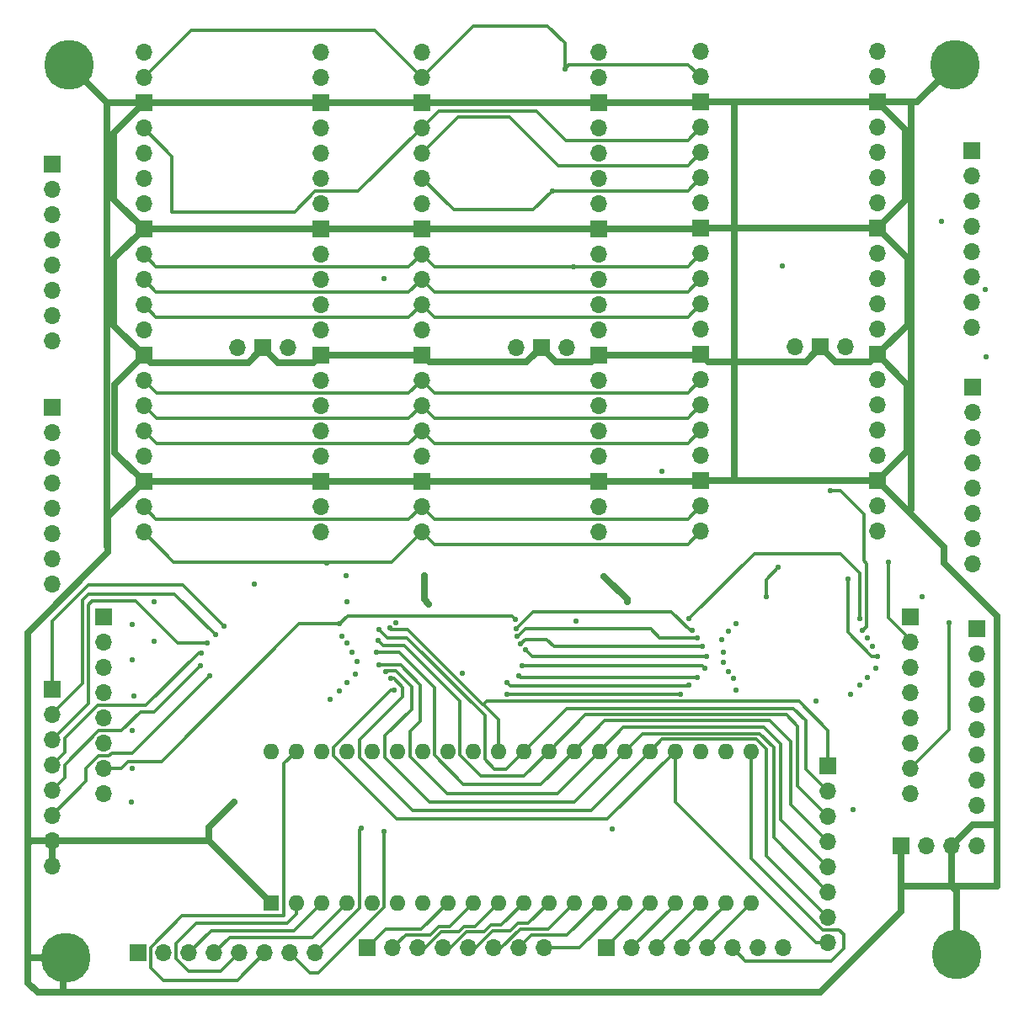
<source format=gbl>
G04 #@! TF.GenerationSoftware,KiCad,Pcbnew,7.0.11-7.0.11~ubuntu22.04.1*
G04 #@! TF.CreationDate,2024-09-18T23:24:04-04:00*
G04 #@! TF.ProjectId,tfr903d,74667239-3033-4642-9e6b-696361645f70,2024-09-18*
G04 #@! TF.SameCoordinates,Original*
G04 #@! TF.FileFunction,Copper,L4,Bot*
G04 #@! TF.FilePolarity,Positive*
%FSLAX46Y46*%
G04 Gerber Fmt 4.6, Leading zero omitted, Abs format (unit mm)*
G04 Created by KiCad (PCBNEW 7.0.11-7.0.11~ubuntu22.04.1) date 2024-09-18 23:24:04*
%MOMM*%
%LPD*%
G01*
G04 APERTURE LIST*
G04 #@! TA.AperFunction,ComponentPad*
%ADD10O,1.700000X1.700000*%
G04 #@! TD*
G04 #@! TA.AperFunction,ComponentPad*
%ADD11R,1.700000X1.700000*%
G04 #@! TD*
G04 #@! TA.AperFunction,ComponentPad*
%ADD12C,5.000000*%
G04 #@! TD*
G04 #@! TA.AperFunction,ComponentPad*
%ADD13R,1.600000X1.600000*%
G04 #@! TD*
G04 #@! TA.AperFunction,ComponentPad*
%ADD14O,1.600000X1.600000*%
G04 #@! TD*
G04 #@! TA.AperFunction,ViaPad*
%ADD15C,0.558800*%
G04 #@! TD*
G04 #@! TA.AperFunction,Conductor*
%ADD16C,0.635000*%
G04 #@! TD*
G04 #@! TA.AperFunction,Conductor*
%ADD17C,0.317600*%
G04 #@! TD*
G04 APERTURE END LIST*
D10*
X90995000Y-53960000D03*
X90995000Y-56500000D03*
D11*
X90995000Y-59040000D03*
D10*
X90995000Y-61580000D03*
X90995000Y-64120000D03*
X90995000Y-66660000D03*
X90995000Y-69200000D03*
D11*
X90995000Y-71740000D03*
D10*
X90995000Y-74280000D03*
X90995000Y-76820000D03*
X90995000Y-79360000D03*
X90995000Y-81900000D03*
D11*
X90995000Y-84440000D03*
D10*
X90995000Y-86980000D03*
X90995000Y-89520000D03*
X90995000Y-92060000D03*
X90995000Y-94600000D03*
D11*
X90995000Y-97140000D03*
D10*
X90995000Y-99680000D03*
X90995000Y-102220000D03*
X108775000Y-102220000D03*
X108775000Y-99680000D03*
D11*
X108775000Y-97140000D03*
D10*
X108775000Y-94600000D03*
X108775000Y-92060000D03*
X108775000Y-89520000D03*
X108775000Y-86980000D03*
D11*
X108775000Y-84440000D03*
D10*
X108775000Y-81900000D03*
X108775000Y-79360000D03*
X108775000Y-76820000D03*
X108775000Y-74280000D03*
D11*
X108775000Y-71740000D03*
D10*
X108775000Y-69200000D03*
X108775000Y-66660000D03*
X108775000Y-64120000D03*
X108775000Y-61580000D03*
D11*
X108775000Y-59040000D03*
D10*
X108775000Y-56500000D03*
X108775000Y-53960000D03*
X100469100Y-83690000D03*
D11*
X103009100Y-83690000D03*
D10*
X105549100Y-83690000D03*
D11*
X53800000Y-118080000D03*
D10*
X53800000Y-120620000D03*
X53800000Y-123160000D03*
X53800000Y-125700000D03*
X53800000Y-128240000D03*
X53800000Y-130780000D03*
X53800000Y-133320000D03*
X53800000Y-135860000D03*
D11*
X140100000Y-110800000D03*
D10*
X140100000Y-113340000D03*
X140100000Y-115880000D03*
X140100000Y-118420000D03*
X140100000Y-120960000D03*
X140100000Y-123500000D03*
X140100000Y-126040000D03*
X140100000Y-128580000D03*
D11*
X62485000Y-144600000D03*
D10*
X65025000Y-144600000D03*
X67565000Y-144600000D03*
X70105000Y-144600000D03*
X72645000Y-144600000D03*
X75185000Y-144600000D03*
X77725000Y-144600000D03*
X80265000Y-144600000D03*
D12*
X55195900Y-145095900D03*
D11*
X146300000Y-63880000D03*
D10*
X146300000Y-66420000D03*
X146300000Y-68960000D03*
X146300000Y-71500000D03*
X146300000Y-74040000D03*
X146300000Y-76580000D03*
X146300000Y-79120000D03*
X146300000Y-81660000D03*
D12*
X144565000Y-55240000D03*
D11*
X53790000Y-65240000D03*
D10*
X53790000Y-67780000D03*
X53790000Y-70320000D03*
X53790000Y-72860000D03*
X53790000Y-75400000D03*
X53790000Y-77940000D03*
X53790000Y-80480000D03*
X53790000Y-83020000D03*
D11*
X146800000Y-111980000D03*
D10*
X146800000Y-114520000D03*
X146800000Y-117060000D03*
X146800000Y-119600000D03*
X146800000Y-122140000D03*
X146800000Y-124680000D03*
X146800000Y-127220000D03*
X146800000Y-129760000D03*
D11*
X131800000Y-125780000D03*
D10*
X131800000Y-128320000D03*
X131800000Y-130860000D03*
X131800000Y-133400000D03*
X131800000Y-135940000D03*
X131800000Y-138480000D03*
X131800000Y-141020000D03*
X131800000Y-143560000D03*
D11*
X139180000Y-133800000D03*
D10*
X141720000Y-133800000D03*
X144260000Y-133800000D03*
X146800000Y-133800000D03*
D13*
X75805000Y-139575000D03*
D14*
X78345000Y-139575000D03*
X80885000Y-139575000D03*
X83425000Y-139575000D03*
X85965000Y-139575000D03*
X88505000Y-139575000D03*
X91045000Y-139575000D03*
X93585000Y-139575000D03*
X96125000Y-139575000D03*
X98665000Y-139575000D03*
X101205000Y-139575000D03*
X103745000Y-139575000D03*
X106285000Y-139575000D03*
X108825000Y-139575000D03*
X111365000Y-139575000D03*
X113905000Y-139575000D03*
X116445000Y-139575000D03*
X118985000Y-139575000D03*
X121525000Y-139575000D03*
X124065000Y-139575000D03*
X124065000Y-124335000D03*
X121525000Y-124335000D03*
X118985000Y-124335000D03*
X116445000Y-124335000D03*
X113905000Y-124335000D03*
X111365000Y-124335000D03*
X108825000Y-124335000D03*
X106285000Y-124335000D03*
X103745000Y-124335000D03*
X101205000Y-124335000D03*
X98665000Y-124335000D03*
X96125000Y-124335000D03*
X93585000Y-124335000D03*
X91045000Y-124335000D03*
X88505000Y-124335000D03*
X85965000Y-124335000D03*
X83425000Y-124335000D03*
X80885000Y-124335000D03*
X78345000Y-124335000D03*
X75805000Y-124335000D03*
D10*
X119035000Y-53940000D03*
X119035000Y-56480000D03*
D11*
X119035000Y-59020000D03*
D10*
X119035000Y-61560000D03*
X119035000Y-64100000D03*
X119035000Y-66640000D03*
X119035000Y-69180000D03*
D11*
X119035000Y-71720000D03*
D10*
X119035000Y-74260000D03*
X119035000Y-76800000D03*
X119035000Y-79340000D03*
X119035000Y-81880000D03*
D11*
X119035000Y-84420000D03*
D10*
X119035000Y-86960000D03*
X119035000Y-89500000D03*
X119035000Y-92040000D03*
X119035000Y-94580000D03*
D11*
X119035000Y-97120000D03*
D10*
X119035000Y-99660000D03*
X119035000Y-102200000D03*
X136815000Y-102200000D03*
X136815000Y-99660000D03*
D11*
X136815000Y-97120000D03*
D10*
X136815000Y-94580000D03*
X136815000Y-92040000D03*
X136815000Y-89500000D03*
X136815000Y-86960000D03*
D11*
X136815000Y-84420000D03*
D10*
X136815000Y-81880000D03*
X136815000Y-79340000D03*
X136815000Y-76800000D03*
X136815000Y-74260000D03*
D11*
X136815000Y-71720000D03*
D10*
X136815000Y-69180000D03*
X136815000Y-66640000D03*
X136815000Y-64100000D03*
X136815000Y-61560000D03*
D11*
X136815000Y-59020000D03*
D10*
X136815000Y-56480000D03*
X136815000Y-53940000D03*
X128509100Y-83670000D03*
D11*
X131049100Y-83670000D03*
D10*
X133589100Y-83670000D03*
D11*
X109525000Y-144100000D03*
D10*
X112065000Y-144100000D03*
X114605000Y-144100000D03*
X117145000Y-144100000D03*
X119685000Y-144100000D03*
X122225000Y-144100000D03*
X124765000Y-144100000D03*
X127305000Y-144100000D03*
D11*
X53790000Y-89710000D03*
D10*
X53790000Y-92250000D03*
X53790000Y-94790000D03*
X53790000Y-97330000D03*
X53790000Y-99870000D03*
X53790000Y-102410000D03*
X53790000Y-104950000D03*
X53790000Y-107490000D03*
D11*
X85525000Y-144100000D03*
D10*
X88065000Y-144100000D03*
X90605000Y-144100000D03*
X93145000Y-144100000D03*
X95685000Y-144100000D03*
X98225000Y-144100000D03*
X100765000Y-144100000D03*
X103305000Y-144100000D03*
D12*
X55505900Y-55234100D03*
X144735000Y-144760000D03*
D11*
X59000000Y-110820000D03*
D10*
X59000000Y-113360000D03*
X59000000Y-115900000D03*
X59000000Y-118440000D03*
X59000000Y-120980000D03*
X59000000Y-123520000D03*
X59000000Y-126060000D03*
X59000000Y-128600000D03*
X63020000Y-54020000D03*
X63020000Y-56560000D03*
D11*
X63020000Y-59100000D03*
D10*
X63020000Y-61640000D03*
X63020000Y-64180000D03*
X63020000Y-66720000D03*
X63020000Y-69260000D03*
D11*
X63020000Y-71800000D03*
D10*
X63020000Y-74340000D03*
X63020000Y-76880000D03*
X63020000Y-79420000D03*
X63020000Y-81960000D03*
D11*
X63020000Y-84500000D03*
D10*
X63020000Y-87040000D03*
X63020000Y-89580000D03*
X63020000Y-92120000D03*
X63020000Y-94660000D03*
D11*
X63020000Y-97200000D03*
D10*
X63020000Y-99740000D03*
X63020000Y-102280000D03*
X80800000Y-102280000D03*
X80800000Y-99740000D03*
D11*
X80800000Y-97200000D03*
D10*
X80800000Y-94660000D03*
X80800000Y-92120000D03*
X80800000Y-89580000D03*
X80800000Y-87040000D03*
D11*
X80800000Y-84500000D03*
D10*
X80800000Y-81960000D03*
X80800000Y-79420000D03*
X80800000Y-76880000D03*
X80800000Y-74340000D03*
D11*
X80800000Y-71800000D03*
D10*
X80800000Y-69260000D03*
X80800000Y-66720000D03*
X80800000Y-64180000D03*
X80800000Y-61640000D03*
D11*
X80800000Y-59100000D03*
D10*
X80800000Y-56560000D03*
X80800000Y-54020000D03*
X72494100Y-83750000D03*
D11*
X75034100Y-83750000D03*
D10*
X77574100Y-83750000D03*
D11*
X146400000Y-87720000D03*
D10*
X146400000Y-90260000D03*
X146400000Y-92800000D03*
X146400000Y-95340000D03*
X146400000Y-97880000D03*
X146400000Y-100420000D03*
X146400000Y-102960000D03*
X146400000Y-105500000D03*
D15*
X74150000Y-107500000D03*
X72100000Y-129400000D03*
X125650000Y-108800000D03*
X109300000Y-106700000D03*
X111650000Y-109302500D03*
X91250000Y-106650000D03*
X126850000Y-105850000D03*
X91700000Y-109500000D03*
X115151600Y-96185700D03*
X134320800Y-130182500D03*
X127225400Y-75530000D03*
X141294100Y-108807100D03*
X118156000Y-112194000D03*
X100471000Y-111967000D03*
X105350000Y-55650000D03*
X100540000Y-112782000D03*
X118650000Y-112900000D03*
X119150000Y-113800000D03*
X83358600Y-106661900D03*
X100918000Y-113505000D03*
X95050000Y-116450000D03*
X119650000Y-114800000D03*
X101415000Y-114148000D03*
X87214600Y-76746600D03*
X104109400Y-67922800D03*
X101066000Y-115682000D03*
X119450000Y-116000000D03*
X118650000Y-116900000D03*
X100693000Y-116707800D03*
X99550000Y-117400000D03*
X117850000Y-117700000D03*
X106242800Y-75542800D03*
X99531200Y-118607800D03*
X116950000Y-118600000D03*
X135300000Y-112200000D03*
X82987500Y-112725000D03*
X132092200Y-98098400D03*
X135800000Y-112900000D03*
X83487500Y-113425000D03*
X83987500Y-114325000D03*
X136300000Y-113800000D03*
X136800000Y-114800000D03*
X133802300Y-107029000D03*
X84487500Y-115325000D03*
X136600000Y-116000000D03*
X84287500Y-116525000D03*
X135800000Y-116900000D03*
X83487500Y-117425000D03*
X82687500Y-118225000D03*
X135000000Y-117700000D03*
X81787500Y-119125000D03*
X134100000Y-118600000D03*
X81467900Y-105372700D03*
X87758100Y-111945000D03*
X86700000Y-112050000D03*
X86600000Y-113200000D03*
X86400000Y-114400000D03*
X86660600Y-115639000D03*
X87360600Y-116339000D03*
X87903500Y-117017000D03*
X88200000Y-118200000D03*
X106462000Y-111225000D03*
X122612000Y-111475000D03*
X121812000Y-112275000D03*
X121161400Y-113098499D03*
X121298689Y-114350311D03*
X121312000Y-115375000D03*
X121812000Y-116275000D03*
X122312000Y-116975000D03*
X122612000Y-118175000D03*
X71118800Y-111725000D03*
X70218800Y-112625000D03*
X69418800Y-113425000D03*
X68814400Y-114409000D03*
X68714400Y-115739000D03*
X69650000Y-116750000D03*
X83494900Y-109252600D03*
X88345200Y-111383000D03*
X82687500Y-111525000D03*
X100431000Y-111025000D03*
X135000000Y-111000000D03*
X117850000Y-111000000D03*
X110100000Y-132150000D03*
X143200000Y-71000000D03*
X137873700Y-105332300D03*
X130600000Y-119300000D03*
X147765900Y-84669900D03*
X64050000Y-113250000D03*
X144011000Y-111390700D03*
X64100000Y-109250000D03*
X147633700Y-77844700D03*
X62039460Y-118789460D03*
X61850000Y-122250000D03*
X61869090Y-126046630D03*
X61800000Y-129400000D03*
X87150000Y-132400000D03*
X61907800Y-111542386D03*
X84897800Y-132052000D03*
X61900000Y-115150000D03*
D16*
X144250000Y-137900000D02*
X144260000Y-137890000D01*
X60050000Y-74770000D02*
X60050000Y-81530000D01*
X51728500Y-133320000D02*
X53800000Y-133320000D01*
X63020000Y-84500000D02*
X63755000Y-85235000D01*
X59371800Y-103671800D02*
X59450000Y-103750000D01*
X139850000Y-81385000D02*
X136815000Y-84420000D01*
X131049000Y-83670000D02*
X131049100Y-83670100D01*
X144260000Y-137890000D02*
X144735000Y-138365000D01*
X52350000Y-148600000D02*
X54950000Y-148600000D01*
X111650000Y-109050000D02*
X111650000Y-109302500D01*
X129564000Y-85155000D02*
X131049000Y-83670000D01*
X122250000Y-97120000D02*
X136815000Y-97120000D01*
X51350000Y-147600000D02*
X52350000Y-148600000D01*
X136815000Y-59020000D02*
X139600000Y-61805000D01*
X140200000Y-59020000D02*
X140200000Y-99950000D01*
X140200000Y-59020000D02*
X140785000Y-59020000D01*
X60000000Y-62120000D02*
X60000000Y-68780000D01*
D17*
X125650000Y-108800000D02*
X125650000Y-107050000D01*
D16*
X119015000Y-71740000D02*
X119035000Y-71720000D01*
X119015000Y-84440000D02*
X119035000Y-84420000D01*
X148800000Y-131700000D02*
X146360000Y-131700000D01*
X54950000Y-145341800D02*
X55195900Y-145095900D01*
X136815000Y-97120000D02*
X139922500Y-100227500D01*
X148800000Y-131700000D02*
X148800000Y-137900000D01*
X90995000Y-71740000D02*
X108775000Y-71740000D01*
X119015000Y-97140000D02*
X119035000Y-97120000D01*
X122450000Y-59020000D02*
X136815000Y-59020000D01*
X59450000Y-103750000D02*
X59450000Y-104300000D01*
X63020000Y-59100000D02*
X80800000Y-59100000D01*
X90935000Y-59100000D02*
X90995000Y-59040000D01*
X80800000Y-97200000D02*
X90935000Y-97200000D01*
X119035000Y-71720000D02*
X136815000Y-71720000D01*
X136815000Y-84420000D02*
X139800000Y-87405000D01*
X51350000Y-133698500D02*
X51350000Y-144850000D01*
X136080000Y-85155000D02*
X136815000Y-84420000D01*
X75034100Y-83750000D02*
X76519100Y-85235000D01*
X80800000Y-71800000D02*
X90935000Y-71800000D01*
X104494000Y-85175000D02*
X108040000Y-85175000D01*
X119035000Y-97120000D02*
X122250000Y-97120000D01*
X139922500Y-100227500D02*
X143500000Y-103805000D01*
X143500000Y-105400000D02*
X148800000Y-110700000D01*
X60050000Y-81530000D02*
X63020000Y-84500000D01*
X108775000Y-59040000D02*
X119015000Y-59040000D01*
X103009100Y-83690100D02*
X103009100Y-83690000D01*
X59371800Y-59100000D02*
X55505900Y-55234100D01*
X63020000Y-71800000D02*
X60050000Y-74770000D01*
X63755000Y-85235000D02*
X73549100Y-85235000D01*
X139600000Y-61805000D02*
X139600000Y-68935000D01*
X103009000Y-83690000D02*
X103009100Y-83690100D01*
X69550000Y-133320000D02*
X75805000Y-139575000D01*
X131023000Y-148600000D02*
X139180000Y-140443000D01*
X76519100Y-85235000D02*
X80065000Y-85235000D01*
X54950000Y-148600000D02*
X131023000Y-148600000D01*
X108775000Y-97140000D02*
X119015000Y-97140000D01*
X122450000Y-59020000D02*
X122450000Y-96920000D01*
X90935000Y-71800000D02*
X90995000Y-71740000D01*
X119015000Y-59040000D02*
X119035000Y-59020000D01*
X53800000Y-133320000D02*
X69550000Y-133320000D01*
X80800000Y-59100000D02*
X90935000Y-59100000D01*
X91250000Y-106650000D02*
X91250000Y-109050000D01*
X136815000Y-71720000D02*
X139850000Y-74755000D01*
X80065000Y-85235000D02*
X80800000Y-84500000D01*
X59450000Y-100770000D02*
X59450000Y-103750000D01*
X139800000Y-94135000D02*
X136815000Y-97120000D01*
X139180000Y-137900000D02*
X139180000Y-133800000D01*
X139600000Y-68935000D02*
X136815000Y-71720000D01*
X51350000Y-133698500D02*
X51728500Y-133320000D01*
X139850000Y-74755000D02*
X139850000Y-81385000D01*
X63020000Y-59100000D02*
X59371800Y-59100000D01*
X131049100Y-83670100D02*
X131049100Y-83670000D01*
X140785000Y-59020000D02*
X144565000Y-55240000D01*
X109300000Y-106700000D02*
X111650000Y-109050000D01*
X73549100Y-85235000D02*
X75034100Y-83750000D01*
X108775000Y-71740000D02*
X119015000Y-71740000D01*
X139180000Y-140443000D02*
X139180000Y-137900000D01*
X63020000Y-84500000D02*
X60100000Y-87420000D01*
X146360000Y-131700000D02*
X144260000Y-133800000D01*
X139800000Y-87405000D02*
X139800000Y-94135000D01*
X131049100Y-83670100D02*
X132534000Y-85155000D01*
X108040000Y-85175000D02*
X108775000Y-84440000D01*
X69550000Y-131950000D02*
X72100000Y-129400000D01*
X148800000Y-110700000D02*
X148800000Y-131700000D01*
X91250000Y-109050000D02*
X91700000Y-109500000D01*
X90935000Y-84500000D02*
X90995000Y-84440000D01*
X148800000Y-137900000D02*
X144250000Y-137900000D01*
X91730000Y-85175000D02*
X101524000Y-85175000D01*
X51350000Y-144850000D02*
X51595900Y-145095900D01*
X136815000Y-59020000D02*
X140200000Y-59020000D01*
X63020000Y-59100000D02*
X60000000Y-62120000D01*
X119035000Y-84420000D02*
X119770000Y-85155000D01*
X144250000Y-137900000D02*
X139180000Y-137900000D01*
X63020000Y-97200000D02*
X80800000Y-97200000D01*
X60100000Y-87420000D02*
X60100000Y-94280000D01*
X53800000Y-133320000D02*
X53800000Y-135860000D01*
X122450000Y-96920000D02*
X122250000Y-97120000D01*
X103009100Y-83690100D02*
X104494000Y-85175000D01*
X59371800Y-59100000D02*
X59371800Y-103671800D01*
X80800000Y-84500000D02*
X90935000Y-84500000D01*
X54950000Y-148600000D02*
X54950000Y-145341800D01*
X90995000Y-84440000D02*
X91730000Y-85175000D01*
X108775000Y-84440000D02*
X119015000Y-84440000D01*
X90995000Y-59040000D02*
X108775000Y-59040000D01*
X140200000Y-99950000D02*
X139922500Y-100227500D01*
X51595900Y-145095900D02*
X55195900Y-145095900D01*
X63020000Y-71800000D02*
X80800000Y-71800000D01*
X132534000Y-85155000D02*
X136080000Y-85155000D01*
X144260000Y-137890000D02*
X144260000Y-133800000D01*
X90995000Y-97140000D02*
X108775000Y-97140000D01*
X119770000Y-85155000D02*
X129564000Y-85155000D01*
X51350000Y-144850000D02*
X51350000Y-147600000D01*
X119035000Y-59020000D02*
X122450000Y-59020000D01*
X101524000Y-85175000D02*
X103009000Y-83690000D01*
X51350000Y-112400000D02*
X51350000Y-133698500D01*
X90935000Y-97200000D02*
X90995000Y-97140000D01*
X59450000Y-104300000D02*
X51350000Y-112400000D01*
X69550000Y-133320000D02*
X69550000Y-131950000D01*
X143500000Y-103805000D02*
X143500000Y-105400000D01*
D17*
X125650000Y-107050000D02*
X126850000Y-105850000D01*
D16*
X60100000Y-94280000D02*
X63020000Y-97200000D01*
X63020000Y-97200000D02*
X59450000Y-100770000D01*
X60000000Y-68780000D02*
X63020000Y-71800000D01*
X144735000Y-138365000D02*
X144735000Y-144760000D01*
D17*
X100471000Y-111967000D02*
X102138000Y-110300000D01*
X102138000Y-110300000D02*
X116091000Y-110300000D01*
X116091000Y-110300000D02*
X117985000Y-112194000D01*
X117985000Y-112194000D02*
X118156000Y-112194000D01*
X86295000Y-51800000D02*
X90995000Y-56500000D01*
X118650000Y-112900000D02*
X114900000Y-112900000D01*
X114900000Y-112900000D02*
X114000000Y-112000000D01*
X96145000Y-51350000D02*
X103650000Y-51350000D01*
X63020000Y-56560000D02*
X67780000Y-51800000D01*
X119035000Y-56480000D02*
X117792200Y-55237200D01*
X105762800Y-55237200D02*
X105350000Y-55650000D01*
X90995000Y-56500000D02*
X96145000Y-51350000D01*
X67780000Y-51800000D02*
X86295000Y-51800000D01*
X100635000Y-112782000D02*
X100540000Y-112782000D01*
X114000000Y-112000000D02*
X101417000Y-112000000D01*
X105350000Y-53050000D02*
X105350000Y-55650000D01*
X103650000Y-51350000D02*
X105350000Y-53050000D01*
X117792200Y-55237200D02*
X105762800Y-55237200D01*
X101417000Y-112000000D02*
X100635000Y-112782000D01*
X65850000Y-64470000D02*
X65850000Y-70050000D01*
X84577800Y-67997200D02*
X90995000Y-61580000D01*
X119150000Y-113800000D02*
X104300000Y-113800000D01*
X117752200Y-62842800D02*
X119035000Y-61560000D01*
X101373000Y-113050000D02*
X100918000Y-113505000D01*
X80276931Y-67997200D02*
X84577800Y-67997200D01*
X92675000Y-59900000D02*
X102550000Y-59900000D01*
X65850000Y-70050000D02*
X78224131Y-70050000D01*
X78224131Y-70050000D02*
X80276931Y-67997200D01*
X104300000Y-113800000D02*
X103550000Y-113050000D01*
X102550000Y-59900000D02*
X105492800Y-62842800D01*
X90995000Y-61580000D02*
X92675000Y-59900000D01*
X63020000Y-61640000D02*
X65850000Y-64470000D01*
X103550000Y-113050000D02*
X101373000Y-113050000D01*
X105492800Y-62842800D02*
X117752200Y-62842800D01*
X117752200Y-65382800D02*
X119035000Y-64100000D01*
X102067000Y-114800000D02*
X101415000Y-114148000D01*
X90995000Y-64120000D02*
X94615000Y-60500000D01*
X99800000Y-60500000D02*
X104682800Y-65382800D01*
X119650000Y-114800000D02*
X102067000Y-114800000D01*
X94615000Y-60500000D02*
X99800000Y-60500000D01*
X104682800Y-65382800D02*
X117752200Y-65382800D01*
X104109400Y-67922800D02*
X102182200Y-69850000D01*
X102182200Y-69850000D02*
X94185000Y-69850000D01*
X101084000Y-115700000D02*
X101066000Y-115682000D01*
X119035000Y-66640000D02*
X117752000Y-67922800D01*
X94185000Y-69850000D02*
X90995000Y-66660000D01*
X119150000Y-115700000D02*
X101084000Y-115700000D01*
X119450000Y-116000000D02*
X119150000Y-115700000D01*
X117752000Y-67922800D02*
X104109400Y-67922800D01*
X118638000Y-116912000D02*
X100897200Y-116912000D01*
X100897200Y-116912000D02*
X100693000Y-116707800D01*
X118650000Y-116900000D02*
X118638000Y-116912000D01*
X99875000Y-117725000D02*
X99550000Y-117400000D01*
X90995000Y-74280000D02*
X89672200Y-75602800D01*
X106242800Y-75542800D02*
X92257800Y-75542800D01*
X117850000Y-117700000D02*
X117825000Y-117725000D01*
X89672200Y-75602800D02*
X64282800Y-75602800D01*
X92257800Y-75542800D02*
X90995000Y-74280000D01*
X117752000Y-75542800D02*
X106242800Y-75542800D01*
X117825000Y-117725000D02*
X99875000Y-117725000D01*
X119035000Y-74260000D02*
X117752000Y-75542800D01*
X64282800Y-75602800D02*
X63020000Y-74340000D01*
X92257800Y-78082800D02*
X90995000Y-76820000D01*
X119035000Y-76800000D02*
X117752000Y-78082800D01*
X99548400Y-118625000D02*
X99531200Y-118607800D01*
X107716000Y-118625000D02*
X99548400Y-118625000D01*
X90995000Y-76820000D02*
X89672200Y-78142800D01*
X117752000Y-78082800D02*
X92257800Y-78082800D01*
X89672200Y-78142800D02*
X64282800Y-78142800D01*
X116950000Y-118600000D02*
X107741000Y-118600000D01*
X107741000Y-118600000D02*
X107716000Y-118625000D01*
X64282800Y-78142800D02*
X63020000Y-76880000D01*
X92272200Y-80637200D02*
X90995000Y-79360000D01*
X135300000Y-112200000D02*
X135707200Y-111792800D01*
X89672200Y-80682800D02*
X64282800Y-80682800D01*
X64282800Y-80682800D02*
X63020000Y-79420000D01*
X133065600Y-98098400D02*
X132092200Y-98098400D01*
X119035000Y-79340000D02*
X117738000Y-80637200D01*
X135406500Y-100439300D02*
X133065600Y-98098400D01*
X90995000Y-79360000D02*
X89672200Y-80682800D01*
X135406500Y-105150000D02*
X135406500Y-100439300D01*
X135707200Y-105450700D02*
X135406500Y-105150000D01*
X135707200Y-111792800D02*
X135707200Y-105450700D01*
X117738000Y-80637200D02*
X92272200Y-80637200D01*
X90995000Y-86980000D02*
X89657800Y-88317200D01*
X92257800Y-88242800D02*
X90995000Y-86980000D01*
X89657800Y-88317200D02*
X64297200Y-88317200D01*
X117752000Y-88242800D02*
X92257800Y-88242800D01*
X119035000Y-86960000D02*
X117752000Y-88242800D01*
X64297200Y-88317200D02*
X63020000Y-87040000D01*
X117752000Y-90782800D02*
X92257800Y-90782800D01*
X119035000Y-89500000D02*
X117752000Y-90782800D01*
X136242300Y-114800000D02*
X136800000Y-114800000D01*
X89657800Y-90857200D02*
X64297200Y-90857200D01*
X92257800Y-90782800D02*
X90995000Y-89520000D01*
X133802300Y-112360000D02*
X136242300Y-114800000D01*
X133802300Y-107029000D02*
X133802300Y-112360000D01*
X90995000Y-89520000D02*
X89657800Y-90857200D01*
X64297200Y-90857200D02*
X63020000Y-89580000D01*
X119035000Y-92040000D02*
X117752000Y-93322800D01*
X92257800Y-93322800D02*
X90995000Y-92060000D01*
X117752000Y-93322800D02*
X92257800Y-93322800D01*
X64297200Y-93397200D02*
X63020000Y-92120000D01*
X89657800Y-93397200D02*
X64297200Y-93397200D01*
X90995000Y-92060000D02*
X89657800Y-93397200D01*
X92257800Y-100943000D02*
X90995000Y-99680000D01*
X119035000Y-99660000D02*
X117752000Y-100943000D01*
X117752000Y-100943000D02*
X92257800Y-100943000D01*
X90995000Y-99680000D02*
X89672200Y-101003000D01*
X89672200Y-101003000D02*
X64282800Y-101003000D01*
X64282800Y-101003000D02*
X63020000Y-99740000D01*
X81624000Y-105372700D02*
X81467900Y-105372700D01*
X81942300Y-105274000D02*
X87941200Y-105274000D01*
X66013800Y-105274000D02*
X81722700Y-105274000D01*
X92257800Y-103483000D02*
X117752000Y-103483000D01*
X117752000Y-103483000D02*
X119035000Y-102200000D01*
X81722700Y-105274000D02*
X81624000Y-105372700D01*
X81722700Y-105274000D02*
X81942300Y-105274000D01*
X90995000Y-102220000D02*
X92257800Y-103483000D01*
X63020000Y-102280000D02*
X66013800Y-105274000D01*
X87941200Y-105274000D02*
X90995000Y-102220000D01*
X131800000Y-125780000D02*
X131800000Y-122200000D01*
X87888100Y-112075000D02*
X87758100Y-111945000D01*
X98665000Y-121115000D02*
X97200000Y-119650000D01*
X89546081Y-112075000D02*
X87888100Y-112075000D01*
X97200000Y-119650000D02*
X97121081Y-119650000D01*
X128900000Y-119300000D02*
X97550000Y-119300000D01*
X98665000Y-124335000D02*
X98665000Y-121115000D01*
X97121081Y-119650000D02*
X89546081Y-112075000D01*
X97550000Y-119300000D02*
X97200000Y-119650000D01*
X131800000Y-122200000D02*
X128900000Y-119300000D01*
X129600000Y-121258364D02*
X128341636Y-120000000D01*
X105540000Y-120000000D02*
X101205000Y-124335000D01*
X98299800Y-126100000D02*
X97337800Y-125138000D01*
X101205000Y-124335000D02*
X99440000Y-126100000D01*
X128341636Y-120000000D02*
X105540000Y-120000000D01*
X97337800Y-125138000D02*
X97337800Y-120737800D01*
X99440000Y-126100000D02*
X98299800Y-126100000D01*
X97337800Y-120737800D02*
X89500000Y-112900000D01*
X89500000Y-112900000D02*
X87550000Y-112900000D01*
X87550000Y-112900000D02*
X86700000Y-112050000D01*
X129600000Y-126120000D02*
X129600000Y-121258364D01*
X131800000Y-128320000D02*
X129600000Y-126120000D01*
X94797800Y-124723000D02*
X94797800Y-119273000D01*
X107430000Y-120650000D02*
X103745000Y-124335000D01*
X101230000Y-126850000D02*
X96924800Y-126850000D01*
X94797800Y-119273000D02*
X89224800Y-113700000D01*
X127650000Y-120650000D02*
X107430000Y-120650000D01*
X96924800Y-126850000D02*
X94797800Y-124723000D01*
X128800000Y-127860000D02*
X128800000Y-121800000D01*
X131800000Y-130860000D02*
X128800000Y-127860000D01*
X103745000Y-124335000D02*
X101230000Y-126850000D01*
X87100000Y-113700000D02*
X86600000Y-113200000D01*
X128800000Y-121800000D02*
X127650000Y-120650000D01*
X89224800Y-113700000D02*
X87100000Y-113700000D01*
X92257800Y-117957800D02*
X88700000Y-114400000D01*
X88700000Y-114400000D02*
X86400000Y-114400000D01*
X128050000Y-123350000D02*
X125950000Y-121250000D01*
X92257800Y-124723000D02*
X92257800Y-117957800D01*
X125950000Y-121250000D02*
X109370000Y-121250000D01*
X102970000Y-127650000D02*
X95184800Y-127650000D01*
X106285000Y-124335000D02*
X102970000Y-127650000D01*
X95184800Y-127650000D02*
X92257800Y-124723000D01*
X109370000Y-121250000D02*
X106285000Y-124335000D01*
X128050000Y-129650000D02*
X128050000Y-123350000D01*
X131800000Y-133400000D02*
X128050000Y-129650000D01*
X90850000Y-121308250D02*
X90850000Y-117650000D01*
X125400000Y-121900000D02*
X111260000Y-121900000D01*
X104610000Y-128550000D02*
X93544500Y-128550000D01*
X88839000Y-115639000D02*
X86660600Y-115639000D01*
X89821500Y-124827000D02*
X89821500Y-122336750D01*
X93544500Y-128550000D02*
X89821500Y-124827000D01*
X111260000Y-121900000D02*
X108825000Y-124335000D01*
X127050000Y-131190000D02*
X127050000Y-123550000D01*
X90850000Y-117650000D02*
X88839000Y-115639000D01*
X131800000Y-135940000D02*
X127050000Y-131190000D01*
X127050000Y-123550000D02*
X125400000Y-121900000D01*
X89821500Y-122336750D02*
X90850000Y-121308250D01*
X108825000Y-124335000D02*
X104610000Y-128550000D01*
X126350000Y-133030000D02*
X126350000Y-123950000D01*
X89950000Y-117850000D02*
X88350000Y-116250000D01*
X124943000Y-122543000D02*
X113157000Y-122543000D01*
X87449600Y-116250000D02*
X87360600Y-116339000D01*
X91740200Y-129400000D02*
X87292200Y-124952000D01*
X88350000Y-116250000D02*
X87449600Y-116250000D01*
X106300000Y-129400000D02*
X91740200Y-129400000D01*
X113157000Y-122543000D02*
X111365000Y-124335000D01*
X87292200Y-122757800D02*
X89950000Y-120100000D01*
X111365000Y-124335000D02*
X106300000Y-129400000D01*
X126350000Y-123950000D02*
X124943000Y-122543000D01*
X131800000Y-138480000D02*
X126350000Y-133030000D01*
X89950000Y-120100000D02*
X89950000Y-117850000D01*
X87292200Y-124952000D02*
X87292200Y-122757800D01*
X113905000Y-124335000D02*
X107990000Y-130250000D01*
X84752200Y-124952000D02*
X84752200Y-123147800D01*
X89050000Y-117900300D02*
X88166700Y-117017000D01*
X89050000Y-118850000D02*
X89050000Y-117900300D01*
X107990000Y-130250000D02*
X90050200Y-130250000D01*
X90050200Y-130250000D02*
X84752200Y-124952000D01*
X88166700Y-117017000D02*
X87903500Y-117017000D01*
X125600000Y-124100000D02*
X124622000Y-123122000D01*
X84752200Y-123147800D02*
X89050000Y-118850000D01*
X124622000Y-123122000D02*
X115118000Y-123122000D01*
X131800000Y-141020000D02*
X125600000Y-134820000D01*
X115118000Y-123122000D02*
X113905000Y-124335000D01*
X125600000Y-134820000D02*
X125600000Y-124100000D01*
X87844900Y-118200000D02*
X88200000Y-118200000D01*
X130598000Y-143560000D02*
X131800000Y-143560000D01*
X82100000Y-124800000D02*
X82100000Y-123945000D01*
X82100000Y-123945000D02*
X87844900Y-118200000D01*
X109630000Y-131150000D02*
X88450000Y-131150000D01*
X116445000Y-124335000D02*
X109630000Y-131150000D01*
X88450000Y-131150000D02*
X82100000Y-124800000D01*
X116445000Y-124335000D02*
X116445000Y-129407000D01*
X116445000Y-129407000D02*
X130598000Y-143560000D01*
X90931500Y-142228000D02*
X93585000Y-139575000D01*
X87396500Y-142228000D02*
X90931500Y-142228000D01*
X85525000Y-144100000D02*
X87396500Y-142228000D01*
X91851000Y-142800000D02*
X92722500Y-141928000D01*
X88065000Y-144100000D02*
X89365000Y-142800000D01*
X89365000Y-142800000D02*
X91851000Y-142800000D01*
X92722500Y-141928000D02*
X93771500Y-141928000D01*
X93771500Y-141928000D02*
X96125000Y-139575000D01*
X96311500Y-141928000D02*
X98665000Y-139575000D01*
X94691000Y-142500000D02*
X95262500Y-141928000D01*
X90605000Y-144100000D02*
X91359200Y-144100000D01*
X92959200Y-142500000D02*
X94691000Y-142500000D01*
X95262500Y-141928000D02*
X96311500Y-141928000D01*
X91359200Y-144100000D02*
X92959200Y-142500000D01*
X97231000Y-142500000D02*
X97902500Y-141828000D01*
X93899200Y-144100000D02*
X95499200Y-142500000D01*
X93145000Y-144100000D02*
X93899200Y-144100000D01*
X97902500Y-141828000D02*
X98951500Y-141828000D01*
X95499200Y-142500000D02*
X97231000Y-142500000D01*
X98951500Y-141828000D02*
X101205000Y-139575000D01*
X101692000Y-141628000D02*
X103745000Y-139575000D01*
X99871000Y-142400000D02*
X100642000Y-141628000D01*
X95685000Y-144100000D02*
X96439200Y-144100000D01*
X96439200Y-144100000D02*
X98139200Y-142400000D01*
X98139200Y-142400000D02*
X99871000Y-142400000D01*
X100642000Y-141628000D02*
X101692000Y-141628000D01*
X98225000Y-144100000D02*
X98979200Y-144100000D01*
X100879000Y-142200000D02*
X103660000Y-142200000D01*
X98979200Y-144100000D02*
X100879000Y-142200000D01*
X103660000Y-142200000D02*
X106285000Y-139575000D01*
X105563000Y-142837000D02*
X108825000Y-139575000D01*
X102028000Y-142837000D02*
X105563000Y-142837000D01*
X100765000Y-144100000D02*
X102028000Y-142837000D01*
X103305000Y-144100000D02*
X106840000Y-144100000D01*
X106840000Y-144100000D02*
X111365000Y-139575000D01*
X109525000Y-143955000D02*
X113905000Y-139575000D01*
X109525000Y-144100000D02*
X109525000Y-143955000D01*
X112065000Y-144100000D02*
X116445000Y-139720000D01*
X116445000Y-139720000D02*
X116445000Y-139575000D01*
X118985000Y-139575000D02*
X114605000Y-143955000D01*
X114605000Y-143955000D02*
X114605000Y-144100000D01*
X121525000Y-139720000D02*
X121525000Y-139575000D01*
X117145000Y-144100000D02*
X121525000Y-139720000D01*
X124065000Y-139575000D02*
X119685000Y-143955000D01*
X119685000Y-143955000D02*
X119685000Y-144100000D01*
X124065000Y-124335000D02*
X124065000Y-135071000D01*
X124065000Y-135071000D02*
X131291000Y-142297000D01*
X133400000Y-142750000D02*
X133400000Y-144150000D01*
X131291000Y-142297000D02*
X132947000Y-142297000D01*
X132947000Y-142297000D02*
X133400000Y-142750000D01*
X133400000Y-144150000D02*
X132150000Y-145400000D01*
X123525000Y-145400000D02*
X122225000Y-144100000D01*
X132150000Y-145400000D02*
X123525000Y-145400000D01*
X53800000Y-111200000D02*
X57450000Y-107550000D01*
X57450000Y-107550000D02*
X66943800Y-107550000D01*
X53800000Y-118080000D02*
X53800000Y-111200000D01*
X66943800Y-107550000D02*
X71118800Y-111725000D01*
X56878500Y-117463000D02*
X56878500Y-109071500D01*
X53800000Y-120542000D02*
X56878500Y-117463000D01*
X57450000Y-108500000D02*
X66093800Y-108500000D01*
X53800000Y-120620000D02*
X53800000Y-120542000D01*
X66093800Y-108500000D02*
X70218800Y-112625000D01*
X56878500Y-109071500D02*
X57450000Y-108500000D01*
X57450000Y-109600000D02*
X57850000Y-109200000D01*
X57450000Y-119510000D02*
X57450000Y-109600000D01*
X57850000Y-109200000D02*
X62200000Y-109200000D01*
X62200000Y-109200000D02*
X66425000Y-113425000D01*
X66425000Y-113425000D02*
X69418800Y-113425000D01*
X53800000Y-123160000D02*
X57450000Y-119510000D01*
X63226500Y-119717000D02*
X68534300Y-114409000D01*
X55062800Y-123037000D02*
X58382800Y-119717000D01*
X53800000Y-125700000D02*
X55062800Y-124437000D01*
X55062800Y-124437000D02*
X55062800Y-123037000D01*
X68534300Y-114409000D02*
X68814400Y-114409000D01*
X58382800Y-119717000D02*
X63226500Y-119717000D01*
X55062800Y-126977000D02*
X55062800Y-125671000D01*
X62700000Y-120350000D02*
X64103400Y-120350000D01*
X60807200Y-122243000D02*
X62700000Y-120350000D01*
X53800000Y-128240000D02*
X55062800Y-126977000D01*
X58491500Y-122243000D02*
X60807200Y-122243000D01*
X55062800Y-125671000D02*
X58491500Y-122243000D01*
X64103400Y-120350000D02*
X68714400Y-115739000D01*
X61900000Y-124500000D02*
X69650000Y-116750000D01*
X59523069Y-124782800D02*
X59805869Y-124500000D01*
X53800000Y-130780000D02*
X57257200Y-127323000D01*
X57257200Y-126017000D02*
X58491400Y-124782800D01*
X58491400Y-124782800D02*
X59523069Y-124782800D01*
X59805869Y-124500000D02*
X61900000Y-124500000D01*
X57257200Y-127323000D02*
X57257200Y-126017000D01*
X59000000Y-126060000D02*
X60740000Y-126060000D01*
X100431000Y-111025000D02*
X100097000Y-110691000D01*
X60740000Y-126060000D02*
X61445401Y-125354599D01*
X61445401Y-125354599D02*
X64845401Y-125354599D01*
X78675000Y-111525000D02*
X82687500Y-111525000D01*
X83521500Y-110691000D02*
X82687500Y-111525000D01*
X64845401Y-125354599D02*
X78675000Y-111525000D01*
X100097000Y-110691000D02*
X83521500Y-110691000D01*
X133050000Y-104450000D02*
X124400000Y-104450000D01*
X124400000Y-104450000D02*
X117850000Y-111000000D01*
X135000000Y-111000000D02*
X135000000Y-106400000D01*
X135000000Y-106400000D02*
X133050000Y-104450000D01*
X137873700Y-110876600D02*
X137873700Y-105332300D01*
X140100000Y-113340000D02*
X140100000Y-113102900D01*
X140100000Y-113102900D02*
X137873700Y-110876600D01*
X140100000Y-126040000D02*
X140110000Y-126040000D01*
X144011000Y-122139000D02*
X144011000Y-111390700D01*
X140110000Y-126040000D02*
X144011000Y-122139000D01*
X78110000Y-142350000D02*
X80885000Y-139575000D01*
X67565000Y-144600000D02*
X69815000Y-142350000D01*
X69815000Y-142350000D02*
X78110000Y-142350000D01*
X83425000Y-139575000D02*
X79950000Y-143050000D01*
X71655000Y-143050000D02*
X70105000Y-144600000D01*
X79950000Y-143050000D02*
X71655000Y-143050000D01*
X67550200Y-146450000D02*
X70795000Y-146450000D01*
X66302200Y-145202000D02*
X67550200Y-146450000D01*
X66302200Y-143648000D02*
X66302200Y-145202000D01*
X78345000Y-139575000D02*
X78345000Y-140706000D01*
X77429900Y-141622000D02*
X68328500Y-141622000D01*
X70795000Y-146450000D02*
X72645000Y-144600000D01*
X68328500Y-141622000D02*
X66302200Y-143648000D01*
X78345000Y-140706000D02*
X77429900Y-141622000D01*
X66900000Y-140900000D02*
X77032500Y-140900000D01*
X63762200Y-146125000D02*
X63762200Y-144038000D01*
X75185000Y-144600000D02*
X72435000Y-147350000D01*
X77100000Y-140832000D02*
X77100000Y-125580000D01*
X63762200Y-144038000D02*
X66900000Y-140900000D01*
X77032500Y-140900000D02*
X77100000Y-140832000D01*
X77100000Y-125580000D02*
X78345000Y-124335000D01*
X64987200Y-147350000D02*
X63762200Y-146125000D01*
X72435000Y-147350000D02*
X64987200Y-147350000D01*
X79775000Y-146650000D02*
X80605000Y-146650000D01*
X80605000Y-146650000D02*
X87200000Y-140055000D01*
X77725000Y-144600000D02*
X79775000Y-146650000D01*
X87200000Y-140055000D02*
X87200000Y-132450000D01*
X87200000Y-132450000D02*
X87150000Y-132400000D01*
X84752200Y-140113000D02*
X84752200Y-132198000D01*
X84897800Y-132152000D02*
X84897800Y-132052000D01*
X84897800Y-132052000D02*
X84997800Y-132052000D01*
X84752200Y-132198000D02*
X84897800Y-132052000D01*
X80265000Y-144600000D02*
X84752200Y-140113000D01*
X84997800Y-132052000D02*
X84897800Y-132152000D01*
X84850000Y-132200000D02*
X84897800Y-132152000D01*
M02*

</source>
